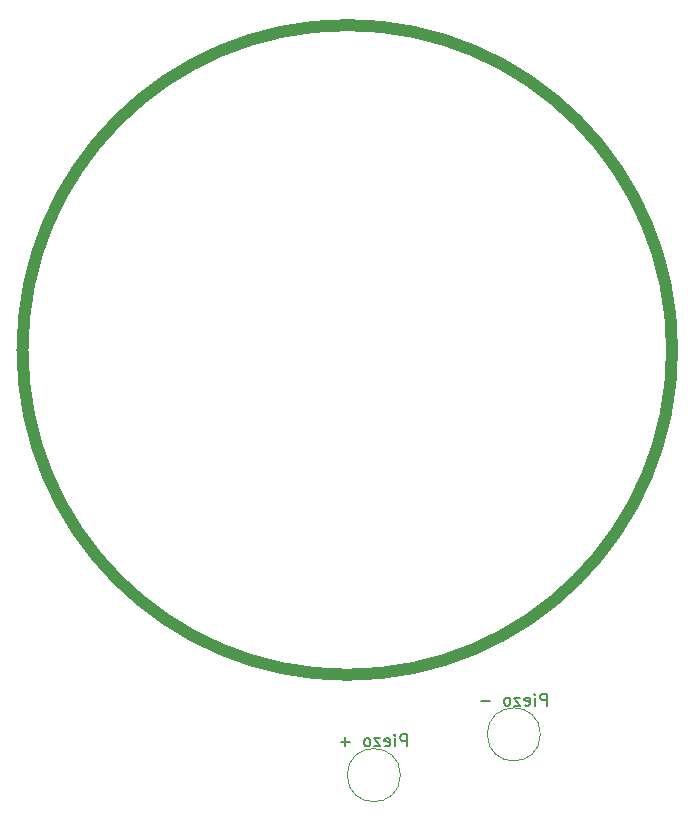
<source format=gbr>
%TF.GenerationSoftware,KiCad,Pcbnew,8.0.3*%
%TF.CreationDate,2024-07-10T09:14:50+07:00*%
%TF.ProjectId,probe,70726f62-652e-46b6-9963-61645f706362,rev?*%
%TF.SameCoordinates,Original*%
%TF.FileFunction,Legend,Bot*%
%TF.FilePolarity,Positive*%
%FSLAX46Y46*%
G04 Gerber Fmt 4.6, Leading zero omitted, Abs format (unit mm)*
G04 Created by KiCad (PCBNEW 8.0.3) date 2024-07-10 09:14:50*
%MOMM*%
%LPD*%
G01*
G04 APERTURE LIST*
%ADD10C,1.000000*%
%ADD11C,0.150000*%
%ADD12C,0.120000*%
G04 APERTURE END LIST*
D10*
X292501136Y-192250000D02*
G75*
G02*
X237498864Y-192250000I-27501136J0D01*
G01*
X237498864Y-192250000D02*
G75*
G02*
X292501136Y-192250000I27501136J0D01*
G01*
D11*
X270035713Y-225806819D02*
X270035713Y-224806819D01*
X270035713Y-224806819D02*
X269654761Y-224806819D01*
X269654761Y-224806819D02*
X269559523Y-224854438D01*
X269559523Y-224854438D02*
X269511904Y-224902057D01*
X269511904Y-224902057D02*
X269464285Y-224997295D01*
X269464285Y-224997295D02*
X269464285Y-225140152D01*
X269464285Y-225140152D02*
X269511904Y-225235390D01*
X269511904Y-225235390D02*
X269559523Y-225283009D01*
X269559523Y-225283009D02*
X269654761Y-225330628D01*
X269654761Y-225330628D02*
X270035713Y-225330628D01*
X269035713Y-225806819D02*
X269035713Y-225140152D01*
X269035713Y-224806819D02*
X269083332Y-224854438D01*
X269083332Y-224854438D02*
X269035713Y-224902057D01*
X269035713Y-224902057D02*
X268988094Y-224854438D01*
X268988094Y-224854438D02*
X269035713Y-224806819D01*
X269035713Y-224806819D02*
X269035713Y-224902057D01*
X268178571Y-225759200D02*
X268273809Y-225806819D01*
X268273809Y-225806819D02*
X268464285Y-225806819D01*
X268464285Y-225806819D02*
X268559523Y-225759200D01*
X268559523Y-225759200D02*
X268607142Y-225663961D01*
X268607142Y-225663961D02*
X268607142Y-225283009D01*
X268607142Y-225283009D02*
X268559523Y-225187771D01*
X268559523Y-225187771D02*
X268464285Y-225140152D01*
X268464285Y-225140152D02*
X268273809Y-225140152D01*
X268273809Y-225140152D02*
X268178571Y-225187771D01*
X268178571Y-225187771D02*
X268130952Y-225283009D01*
X268130952Y-225283009D02*
X268130952Y-225378247D01*
X268130952Y-225378247D02*
X268607142Y-225473485D01*
X267797618Y-225140152D02*
X267273809Y-225140152D01*
X267273809Y-225140152D02*
X267797618Y-225806819D01*
X267797618Y-225806819D02*
X267273809Y-225806819D01*
X266749999Y-225806819D02*
X266845237Y-225759200D01*
X266845237Y-225759200D02*
X266892856Y-225711580D01*
X266892856Y-225711580D02*
X266940475Y-225616342D01*
X266940475Y-225616342D02*
X266940475Y-225330628D01*
X266940475Y-225330628D02*
X266892856Y-225235390D01*
X266892856Y-225235390D02*
X266845237Y-225187771D01*
X266845237Y-225187771D02*
X266749999Y-225140152D01*
X266749999Y-225140152D02*
X266607142Y-225140152D01*
X266607142Y-225140152D02*
X266511904Y-225187771D01*
X266511904Y-225187771D02*
X266464285Y-225235390D01*
X266464285Y-225235390D02*
X266416666Y-225330628D01*
X266416666Y-225330628D02*
X266416666Y-225616342D01*
X266416666Y-225616342D02*
X266464285Y-225711580D01*
X266464285Y-225711580D02*
X266511904Y-225759200D01*
X266511904Y-225759200D02*
X266607142Y-225806819D01*
X266607142Y-225806819D02*
X266749999Y-225806819D01*
X265226189Y-225425866D02*
X264464285Y-225425866D01*
X264845237Y-225806819D02*
X264845237Y-225044914D01*
X281885713Y-222356819D02*
X281885713Y-221356819D01*
X281885713Y-221356819D02*
X281504761Y-221356819D01*
X281504761Y-221356819D02*
X281409523Y-221404438D01*
X281409523Y-221404438D02*
X281361904Y-221452057D01*
X281361904Y-221452057D02*
X281314285Y-221547295D01*
X281314285Y-221547295D02*
X281314285Y-221690152D01*
X281314285Y-221690152D02*
X281361904Y-221785390D01*
X281361904Y-221785390D02*
X281409523Y-221833009D01*
X281409523Y-221833009D02*
X281504761Y-221880628D01*
X281504761Y-221880628D02*
X281885713Y-221880628D01*
X280885713Y-222356819D02*
X280885713Y-221690152D01*
X280885713Y-221356819D02*
X280933332Y-221404438D01*
X280933332Y-221404438D02*
X280885713Y-221452057D01*
X280885713Y-221452057D02*
X280838094Y-221404438D01*
X280838094Y-221404438D02*
X280885713Y-221356819D01*
X280885713Y-221356819D02*
X280885713Y-221452057D01*
X280028571Y-222309200D02*
X280123809Y-222356819D01*
X280123809Y-222356819D02*
X280314285Y-222356819D01*
X280314285Y-222356819D02*
X280409523Y-222309200D01*
X280409523Y-222309200D02*
X280457142Y-222213961D01*
X280457142Y-222213961D02*
X280457142Y-221833009D01*
X280457142Y-221833009D02*
X280409523Y-221737771D01*
X280409523Y-221737771D02*
X280314285Y-221690152D01*
X280314285Y-221690152D02*
X280123809Y-221690152D01*
X280123809Y-221690152D02*
X280028571Y-221737771D01*
X280028571Y-221737771D02*
X279980952Y-221833009D01*
X279980952Y-221833009D02*
X279980952Y-221928247D01*
X279980952Y-221928247D02*
X280457142Y-222023485D01*
X279647618Y-221690152D02*
X279123809Y-221690152D01*
X279123809Y-221690152D02*
X279647618Y-222356819D01*
X279647618Y-222356819D02*
X279123809Y-222356819D01*
X278599999Y-222356819D02*
X278695237Y-222309200D01*
X278695237Y-222309200D02*
X278742856Y-222261580D01*
X278742856Y-222261580D02*
X278790475Y-222166342D01*
X278790475Y-222166342D02*
X278790475Y-221880628D01*
X278790475Y-221880628D02*
X278742856Y-221785390D01*
X278742856Y-221785390D02*
X278695237Y-221737771D01*
X278695237Y-221737771D02*
X278599999Y-221690152D01*
X278599999Y-221690152D02*
X278457142Y-221690152D01*
X278457142Y-221690152D02*
X278361904Y-221737771D01*
X278361904Y-221737771D02*
X278314285Y-221785390D01*
X278314285Y-221785390D02*
X278266666Y-221880628D01*
X278266666Y-221880628D02*
X278266666Y-222166342D01*
X278266666Y-222166342D02*
X278314285Y-222261580D01*
X278314285Y-222261580D02*
X278361904Y-222309200D01*
X278361904Y-222309200D02*
X278457142Y-222356819D01*
X278457142Y-222356819D02*
X278599999Y-222356819D01*
X277076189Y-221975866D02*
X276314285Y-221975866D01*
D12*
%TO.C,Piezo +*%
X269500000Y-228250000D02*
G75*
G02*
X265000000Y-228250000I-2250000J0D01*
G01*
X265000000Y-228250000D02*
G75*
G02*
X269500000Y-228250000I2250000J0D01*
G01*
%TO.C,Piezo -*%
X281350000Y-224800000D02*
G75*
G02*
X276850000Y-224800000I-2250000J0D01*
G01*
X276850000Y-224800000D02*
G75*
G02*
X281350000Y-224800000I2250000J0D01*
G01*
%TD*%
M02*

</source>
